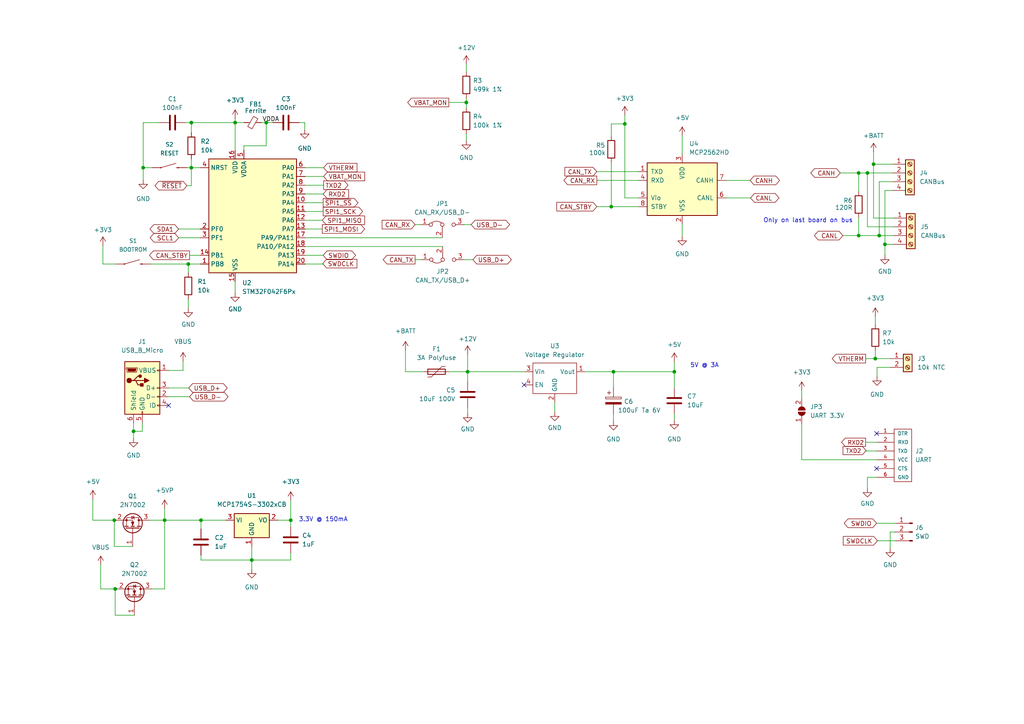
<source format=kicad_sch>
(kicad_sch (version 20211123) (generator eeschema)
  (paper "A4")
  (title_block (title "CANBus Thermistor Sensor") (date "2023-02-25") (rev "1.0") (company "Gavin Hurlbut"))
  (lib_symbols
    (symbol "+BATT_1" (power) (pin_names (offset 0))
      (property "Value" "+BATT_1" (at 0 3.556 0))
      (symbol "+BATT_1_0_1"
        (polyline (pts (xy -0.762 1.27) (xy 0 2.54)))
        (polyline (pts (xy 0 0) (xy 0 2.54)))
        (polyline (pts (xy 0 2.54) (xy 0.762 1.27)))
      )
      (symbol "+BATT_1_1_1"
        (pin power_in line (at 0 0 90) (length 0) hide (name "+BATT") (number "1"))
      )
    )
    (symbol "Beirdo:FTDI-TARGET" (pin_names (offset 1.016))
      (property "Reference" "J?" (at -1.27 1.27 0))
      (property "Value" "FTDI-TARGET" (at -6.35 -17.78 0))
      (symbol "FTDI-TARGET_0_1"
        (rectangle (start -2.54 0) (end 2.54 -15.24))
      )
      (symbol "FTDI-TARGET_1_1"
        (pin passive line (at -7.62 -1.27 0) (length 5.08) (name "DTR") (number "1"))
        (pin passive line (at -7.62 -3.81 0) (length 5.08) (name "RXD") (number "2"))
        (pin passive line (at -7.62 -6.35 0) (length 5.08) (name "TXD") (number "3"))
        (pin passive line (at -7.62 -8.89 0) (length 5.08) (name "VCC") (number "4"))
        (pin passive line (at -7.62 -11.43 0) (length 5.08) (name "CTS") (number "5"))
        (pin passive line (at -7.62 -13.97 0) (length 5.08) (name "GND") (number "6"))
      )
    )
    (symbol "Beirdo:MOMENTARY-SWITCH-SPST-PTH-6.0MM" (pin_numbers hide) (pin_names (offset 1.016) hide)
      (property "Reference" "S1" (at 0 6.731 0))
      (property "Value" "MOMENTARY-SWITCH-SPST-PTH-6.0MM" (at 0 4.191 0))
      (symbol "MOMENTARY-SWITCH-SPST-PTH-6.0MM_1_0"
        (polyline (pts (xy -2.54 0) (xy 1.905 1.27)))
        (polyline (pts (xy 1.905 0) (xy 2.54 0)))
      )
      (symbol "MOMENTARY-SWITCH-SPST-PTH-6.0MM_1_1"
        (circle (center -2.54 0) (radius 0.127) (fill (type outline)))
        (circle (center 2.54 0) (radius 0.127) (fill (type outline)))
        (pin passive line (at -5.08 0 0) (length 2.54) (name "1") (number "1"))
        (pin passive line (at -5.08 -1.27 0) (length 2.54) hide (name "1") (number "2"))
        (pin passive line (at 5.08 0 180) (length 2.54) (name "2") (number "3"))
        (pin passive line (at 5.08 -1.27 180) (length 2.54) hide (name "2") (number "4"))
      )
    )
    (symbol "Beirdo:Switching_Regulator_Module"
      (property "Reference" "U?" (at 0 5.08 0))
      (property "Value" "Switching_Regulator_Module" (at 0 2.54 0))
      (symbol "Switching_Regulator_Module_0_1"
        (rectangle (start -6.35 0) (end 6.35 -8.89))
      )
      (symbol "Switching_Regulator_Module_1_1"
        (pin power_out line (at 8.89 -2.54 180) (length 2.54) (name "Vout") (number "1"))
        (pin passive line (at 0 -11.43 90) (length 2.54) (name "GND") (number "2"))
        (pin power_in line (at -8.89 -2.54 0) (length 2.54) (name "Vin") (number "3"))
        (pin input line (at -8.89 -6.35 0) (length 2.54) (name "EN") (number "4"))
      )
    )
    (symbol "Connector:Conn_01x03_Male" (pin_names (offset 1.016) hide)
      (property "Reference" "J" (at 0 5.08 0))
      (property "Value" "Conn_01x03_Male" (at 0 -5.08 0))
      (symbol "Conn_01x03_Male_1_1"
        (polyline (pts (xy 1.27 -2.54) (xy 0.8636 -2.54)) (stroke (width 0.1524)))
        (polyline (pts (xy 1.27 0) (xy 0.8636 0)) (stroke (width 0.1524)))
        (polyline (pts (xy 1.27 2.54) (xy 0.8636 2.54)) (stroke (width 0.1524)))
        (rectangle (start 0.8636 -2.413) (end 0 -2.667) (stroke (width 0.1524)) (fill (type outline)))
        (rectangle (start 0.8636 0.127) (end 0 -0.127) (stroke (width 0.1524)) (fill (type outline)))
        (rectangle (start 0.8636 2.667) (end 0 2.413) (stroke (width 0.1524)) (fill (type outline)))
        (pin passive line (at 5.08 2.54 180) (length 3.81) (name "Pin_1") (number "1"))
        (pin passive line (at 5.08 0 180) (length 3.81) (name "Pin_2") (number "2"))
        (pin passive line (at 5.08 -2.54 180) (length 3.81) (name "Pin_3") (number "3"))
      )
    )
    (symbol "Connector:Screw_Terminal_01x02" (pin_names (offset 1.016) hide)
      (property "Reference" "J" (at 0 2.54 0))
      (property "Value" "Screw_Terminal_01x02" (at 0 -5.08 0))
      (symbol "Screw_Terminal_01x02_1_1"
        (rectangle (start -1.27 1.27) (end 1.27 -3.81) (stroke (width 0.254)) (fill (type background)))
        (circle (center 0 -2.54) (radius 0.635) (stroke (width 0.1524)))
        (polyline (pts (xy -0.5334 -2.2098) (xy 0.3302 -3.048)) (stroke (width 0.1524)))
        (polyline (pts (xy -0.5334 0.3302) (xy 0.3302 -0.508)) (stroke (width 0.1524)))
        (polyline (pts (xy -0.3556 -2.032) (xy 0.508 -2.8702)) (stroke (width 0.1524)))
        (polyline (pts (xy -0.3556 0.508) (xy 0.508 -0.3302)) (stroke (width 0.1524)))
        (circle (center 0 0) (radius 0.635) (stroke (width 0.1524)))
        (pin passive line (at -5.08 0 0) (length 3.81) (name "Pin_1") (number "1"))
        (pin passive line (at -5.08 -2.54 0) (length 3.81) (name "Pin_2") (number "2"))
      )
    )
    (symbol "Connector:Screw_Terminal_01x04" (pin_names (offset 1.016) hide)
      (property "Reference" "J" (at 0 5.08 0))
      (property "Value" "Screw_Terminal_01x04" (at 0 -7.62 0))
      (symbol "Screw_Terminal_01x04_1_1"
        (rectangle (start -1.27 3.81) (end 1.27 -6.35) (stroke (width 0.254)) (fill (type background)))
        (circle (center 0 -5.08) (radius 0.635) (stroke (width 0.1524)))
        (circle (center 0 -2.54) (radius 0.635) (stroke (width 0.1524)))
        (polyline (pts (xy -0.5334 -4.7498) (xy 0.3302 -5.588)) (stroke (width 0.1524)))
        (polyline (pts (xy -0.5334 -2.2098) (xy 0.3302 -3.048)) (stroke (width 0.1524)))
        (polyline (pts (xy -0.5334 0.3302) (xy 0.3302 -0.508)) (stroke (width 0.1524)))
        (polyline (pts (xy -0.5334 2.8702) (xy 0.3302 2.032)) (stroke (width 0.1524)))
        (polyline (pts (xy -0.3556 -4.572) (xy 0.508 -5.4102)) (stroke (width 0.1524)))
        (polyline (pts (xy -0.3556 -2.032) (xy 0.508 -2.8702)) (stroke (width 0.1524)))
        (polyline (pts (xy -0.3556 0.508) (xy 0.508 -0.3302)) (stroke (width 0.1524)))
        (polyline (pts (xy -0.3556 3.048) (xy 0.508 2.2098)) (stroke (width 0.1524)))
        (circle (center 0 0) (radius 0.635) (stroke (width 0.1524)))
        (circle (center 0 2.54) (radius 0.635) (stroke (width 0.1524)))
        (pin passive line (at -5.08 2.54 0) (length 3.81) (name "Pin_1") (number "1"))
        (pin passive line (at -5.08 0 0) (length 3.81) (name "Pin_2") (number "2"))
        (pin passive line (at -5.08 -2.54 0) (length 3.81) (name "Pin_3") (number "3"))
        (pin passive line (at -5.08 -5.08 0) (length 3.81) (name "Pin_4") (number "4"))
      )
    )
    (symbol "Connector:USB_B_Micro" (pin_names (offset 1.016))
      (property "Reference" "J" (at -5.08 11.43 0))
      (property "Value" "USB_B_Micro" (at -5.08 8.89 0))
      (symbol "USB_B_Micro_0_1"
        (rectangle (start -5.08 -7.62) (end 5.08 7.62) (stroke (width 0.254)) (fill (type background)))
        (circle (center -3.81 2.159) (radius 0.635) (stroke (width 0.254)) (fill (type outline)))
        (circle (center -0.635 3.429) (radius 0.381) (stroke (width 0.254)) (fill (type outline)))
        (rectangle (start -0.127 -7.62) (end 0.127 -6.858))
        (polyline (pts (xy -1.905 2.159) (xy 0.635 2.159)) (stroke (width 0.254)))
        (polyline (pts (xy -3.175 2.159) (xy -2.54 2.159) (xy -1.27 3.429) (xy -0.635 3.429)) (stroke (width 0.254)))
        (polyline (pts (xy -2.54 2.159) (xy -1.905 2.159) (xy -1.27 0.889) (xy 0 0.889)) (stroke (width 0.254)))
        (polyline (pts (xy 0.635 2.794) (xy 0.635 1.524) (xy 1.905 2.159) (xy 0.635 2.794)) (stroke (width 0.254)) (fill (type outline)))
        (polyline (pts (xy -4.318 5.588) (xy -1.778 5.588) (xy -2.032 4.826) (xy -4.064 4.826) (xy -4.318 5.588)) (fill (type outline)))
        (polyline (pts (xy -4.699 5.842) (xy -4.699 5.588) (xy -4.445 4.826) (xy -4.445 4.572) (xy -1.651 4.572) (xy -1.651 4.826) (xy -1.397 5.588) (xy -1.397 5.842) (xy -4.699 5.842)))
        (rectangle (start 0.254 1.27) (end -0.508 0.508) (stroke (width 0.254)) (fill (type outline)))
        (rectangle (start 5.08 -5.207) (end 4.318 -4.953))
        (rectangle (start 5.08 -2.667) (end 4.318 -2.413))
        (rectangle (start 5.08 -0.127) (end 4.318 0.127))
        (rectangle (start 5.08 4.953) (end 4.318 5.207))
      )
      (symbol "USB_B_Micro_1_1"
        (pin power_out line (at 7.62 5.08 180) (length 2.54) (name "VBUS") (number "1"))
        (pin bidirectional line (at 7.62 -2.54 180) (length 2.54) (name "D-") (number "2"))
        (pin bidirectional line (at 7.62 0 180) (length 2.54) (name "D+") (number "3"))
        (pin passive line (at 7.62 -5.08 180) (length 2.54) (name "ID") (number "4"))
        (pin power_out line (at 0 -10.16 90) (length 2.54) (name "GND") (number "5"))
        (pin passive line (at -2.54 -10.16 90) (length 2.54) (name "Shield") (number "6"))
      )
    )
    (symbol "Device:C" (pin_numbers hide) (pin_names (offset 0.254))
      (property "Reference" "C" (at 0.635 2.54 0))
      (property "Value" "C" (at 0.635 -2.54 0))
      (symbol "C_0_1"
        (polyline (pts (xy -2.032 -0.762) (xy 2.032 -0.762)) (stroke (width 0.508)))
        (polyline (pts (xy -2.032 0.762) (xy 2.032 0.762)) (stroke (width 0.508)))
      )
      (symbol "C_1_1"
        (pin passive line (at 0 3.81 270) (length 2.794) (name "~") (number "1"))
        (pin passive line (at 0 -3.81 90) (length 2.794) (name "~") (number "2"))
      )
    )
    (symbol "Device:C_Polarized" (pin_numbers hide) (pin_names (offset 0.254))
      (property "Reference" "C" (at 0.635 2.54 0))
      (property "Value" "C_Polarized" (at 0.635 -2.54 0))
      (symbol "C_Polarized_0_1"
        (rectangle (start -2.286 0.508) (end 2.286 1.016))
        (polyline (pts (xy -1.778 2.286) (xy -0.762 2.286)))
        (polyline (pts (xy -1.27 2.794) (xy -1.27 1.778)))
        (rectangle (start 2.286 -0.508) (end -2.286 -1.016) (fill (type outline)))
      )
      (symbol "C_Polarized_1_1"
        (pin passive line (at 0 3.81 270) (length 2.794) (name "~") (number "1"))
        (pin passive line (at 0 -3.81 90) (length 2.794) (name "~") (number "2"))
      )
    )
    (symbol "Device:FerriteBead_Small" (pin_numbers hide) (pin_names (offset 0))
      (property "Reference" "FB" (at 1.905 1.27 0))
      (property "Value" "FerriteBead_Small" (at 1.905 -1.27 0))
      (symbol "FerriteBead_Small_0_1"
        (polyline (pts (xy 0 -1.27) (xy 0 -0.7874)))
        (polyline (pts (xy 0 0.889) (xy 0 1.2954)))
        (polyline (pts (xy -1.8288 0.2794) (xy -1.1176 1.4986) (xy 1.8288 -0.2032) (xy 1.1176 -1.4224) (xy -1.8288 0.2794)))
      )
      (symbol "FerriteBead_Small_1_1"
        (pin passive line (at 0 2.54 270) (length 1.27) (name "~") (number "1"))
        (pin passive line (at 0 -2.54 90) (length 1.27) (name "~") (number "2"))
      )
    )
    (symbol "Device:Polyfuse" (pin_numbers hide) (pin_names (offset 0))
      (property "Reference" "F" (at -2.54 0 90))
      (property "Value" "Polyfuse" (at 2.54 0 90))
      (symbol "Polyfuse_0_1"
        (rectangle (start -0.762 2.54) (end 0.762 -2.54) (stroke (width 0.254)))
        (polyline (pts (xy 0 2.54) (xy 0 -2.54)))
        (polyline (pts (xy -1.524 2.54) (xy -1.524 1.524) (xy 1.524 -1.524) (xy 1.524 -2.54)))
      )
      (symbol "Polyfuse_1_1"
        (pin passive line (at 0 3.81 270) (length 1.27) (name "~") (number "1"))
        (pin passive line (at 0 -3.81 90) (length 1.27) (name "~") (number "2"))
      )
    )
    (symbol "Device:R" (pin_numbers hide) (pin_names (offset 0))
      (property "Reference" "R" (at 2.032 0 90))
      (property "Value" "R" (at 0 0 90))
      (symbol "R_0_1"
        (rectangle (start -1.016 -2.54) (end 1.016 2.54) (stroke (width 0.254)))
      )
      (symbol "R_1_1"
        (pin passive line (at 0 3.81 270) (length 1.27) (name "~") (number "1"))
        (pin passive line (at 0 -3.81 90) (length 1.27) (name "~") (number "2"))
      )
    )
    (symbol "Interface_CAN_LIN:MCP2562-H-SN" (pin_names (offset 1.016))
      (property "Reference" "U" (at -10.16 8.89 0))
      (property "Value" "MCP2562-H-SN" (at 2.54 8.89 0))
      (symbol "MCP2562-H-SN_0_1"
        (rectangle (start -10.16 7.62) (end 10.16 -7.62) (stroke (width 0.254)) (fill (type background)))
      )
      (symbol "MCP2562-H-SN_1_1"
        (pin input line (at -12.7 5.08 0) (length 2.54) (name "TXD") (number "1"))
        (pin power_in line (at 0 -10.16 90) (length 2.54) (name "VSS") (number "2"))
        (pin power_in line (at 0 10.16 270) (length 2.54) (name "VDD") (number "3"))
        (pin output line (at -12.7 2.54 0) (length 2.54) (name "RXD") (number "4"))
        (pin power_in line (at -12.7 -2.54 0) (length 2.54) (name "Vio") (number "5"))
        (pin bidirectional line (at 12.7 -2.54 180) (length 2.54) (name "CANL") (number "6"))
        (pin bidirectional line (at 12.7 2.54 180) (length 2.54) (name "CANH") (number "7"))
        (pin input line (at -12.7 -5.08 0) (length 2.54) (name "STBY") (number "8"))
      )
    )
    (symbol "Jumper:Jumper_3_Bridged12" (pin_names (offset 0) hide)
      (property "Reference" "JP" (at -2.54 -2.54 0))
      (property "Value" "Jumper_3_Bridged12" (at 0 2.794 0))
      (symbol "Jumper_3_Bridged12_0_0"
        (circle (center -3.302 0) (radius 0.508))
        (circle (center 0 0) (radius 0.508))
        (circle (center 3.302 0) (radius 0.508))
      )
      (symbol "Jumper_3_Bridged12_0_1"
        (arc (start -0.254 0.508) (mid -1.651 0.9912) (end -3.048 0.508))
        (polyline (pts (xy 0 -1.27) (xy 0 -0.508)))
      )
      (symbol "Jumper_3_Bridged12_1_1"
        (pin passive line (at -6.35 0 0) (length 2.54) (name "A") (number "1"))
        (pin passive line (at 0 -3.81 90) (length 2.54) (name "C") (number "2"))
        (pin passive line (at 6.35 0 180) (length 2.54) (name "B") (number "3"))
      )
    )
    (symbol "Jumper:SolderJumper_2_Open" (pin_names (offset 0) hide)
      (property "Reference" "JP" (at 0 2.032 0))
      (property "Value" "SolderJumper_2_Open" (at 0 -2.54 0))
      (symbol "SolderJumper_2_Open_0_1"
        (arc (start -0.254 1.016) (mid -1.27 0) (end -0.254 -1.016))
        (arc (start -0.254 1.016) (mid -1.27 0) (end -0.254 -1.016) (fill (type outline)))
        (polyline (pts (xy -0.254 1.016) (xy -0.254 -1.016)))
        (polyline (pts (xy 0.254 1.016) (xy 0.254 -1.016)))
        (arc (start 0.254 -1.016) (mid 1.27 0) (end 0.254 1.016))
        (arc (start 0.254 -1.016) (mid 1.27 0) (end 0.254 1.016) (fill (type outline)))
      )
      (symbol "SolderJumper_2_Open_1_1"
        (pin passive line (at -3.81 0 0) (length 2.54) (name "A") (number "1"))
        (pin passive line (at 3.81 0 180) (length 2.54) (name "B") (number "2"))
      )
    )
    (symbol "MCU_ST_STM32F0:STM32F042F6Px"
      (property "Reference" "U" (at -12.7 16.51 0))
      (property "Value" "STM32F042F6Px" (at 0 16.51 0))
      (symbol "STM32F042F6Px_0_1"
        (rectangle (start -12.7 -17.78) (end 12.7 15.24) (stroke (width 0.254)) (fill (type background)))
      )
      (symbol "STM32F042F6Px_1_1"
        (pin bidirectional line (at -15.24 -15.24 0) (length 2.54) (name "PB8") (number "1"))
        (pin bidirectional line (at 15.24 2.54 180) (length 2.54) (name "PA4") (number "10"))
        (pin bidirectional line (at 15.24 0 180) (length 2.54) (name "PA5") (number "11"))
        (pin bidirectional line (at 15.24 -2.54 180) (length 2.54) (name "PA6") (number "12"))
        (pin bidirectional line (at 15.24 -5.08 180) (length 2.54) (name "PA7") (number "13"))
        (pin bidirectional line (at -15.24 -12.7 0) (length 2.54) (name "PB1") (number "14"))
        (pin power_in line (at -5.08 -20.32 90) (length 2.54) (name "VSS") (number "15"))
        (pin power_in line (at -5.08 17.78 270) (length 2.54) (name "VDD") (number "16"))
        (pin bidirectional line (at 15.24 -7.62 180) (length 2.54) (name "PA9/PA11") (number "17"))
        (pin bidirectional line (at 15.24 -10.16 180) (length 2.54) (name "PA10/PA12") (number "18"))
        (pin bidirectional line (at 15.24 -12.7 180) (length 2.54) (name "PA13") (number "19"))
        (pin input line (at -15.24 -5.08 0) (length 2.54) (name "PF0") (number "2"))
        (pin bidirectional line (at 15.24 -15.24 180) (length 2.54) (name "PA14") (number "20"))
        (pin input line (at -15.24 -7.62 0) (length 2.54) (name "PF1") (number "3"))
        (pin input line (at -15.24 12.7 0) (length 2.54) (name "NRST") (number "4"))
        (pin power_in line (at -2.54 17.78 270) (length 2.54) (name "VDDA") (number "5"))
        (pin bidirectional line (at 15.24 12.7 180) (length 2.54) (name "PA0") (number "6"))
        (pin bidirectional line (at 15.24 10.16 180) (length 2.54) (name "PA1") (number "7"))
        (pin bidirectional line (at 15.24 7.62 180) (length 2.54) (name "PA2") (number "8"))
        (pin bidirectional line (at 15.24 5.08 180) (length 2.54) (name "PA3") (number "9"))
      )
    )
    (symbol "Regulator_Linear:MCP1754S-3302xCB"
      (property "Reference" "U" (at -3.81 3.175 0))
      (property "Value" "MCP1754S-3302xCB" (at -0.635 3.175 0))
      (symbol "MCP1754S-3302xCB_0_1"
        (rectangle (start -5.08 -5.08) (end 5.08 1.905) (stroke (width 0.254)) (fill (type background)))
      )
      (symbol "MCP1754S-3302xCB_1_1"
        (pin power_in line (at 0 -7.62 90) (length 2.54) (name "GND") (number "1"))
        (pin power_out line (at 7.62 0 180) (length 2.54) (name "VO") (number "2"))
        (pin power_in line (at -7.62 0 0) (length 2.54) (name "VI") (number "3"))
      )
    )
    (symbol "Transistor_FET:2N7002" (pin_names hide)
      (property "Reference" "Q" (at 5.08 1.905 0))
      (property "Value" "2N7002" (at 5.08 0 0))
      (symbol "2N7002_0_1"
        (polyline (pts (xy 0.254 0) (xy -2.54 0)))
        (polyline (pts (xy 0.254 1.905) (xy 0.254 -1.905)) (stroke (width 0.254)))
        (polyline (pts (xy 0.762 -1.27) (xy 0.762 -2.286)) (stroke (width 0.254)))
        (polyline (pts (xy 0.762 0.508) (xy 0.762 -0.508)) (stroke (width 0.254)))
        (polyline (pts (xy 0.762 2.286) (xy 0.762 1.27)) (stroke (width 0.254)))
        (polyline (pts (xy 2.54 2.54) (xy 2.54 1.778)))
        (polyline (pts (xy 2.54 -2.54) (xy 2.54 0) (xy 0.762 0)))
        (polyline (pts (xy 0.762 -1.778) (xy 3.302 -1.778) (xy 3.302 1.778) (xy 0.762 1.778)))
        (polyline (pts (xy 1.016 0) (xy 2.032 0.381) (xy 2.032 -0.381) (xy 1.016 0)) (fill (type outline)))
        (polyline (pts (xy 2.794 0.508) (xy 2.921 0.381) (xy 3.683 0.381) (xy 3.81 0.254)))
        (polyline (pts (xy 3.302 0.381) (xy 2.921 -0.254) (xy 3.683 -0.254) (xy 3.302 0.381)))
        (circle (center 1.651 0) (radius 2.794) (stroke (width 0.254)))
        (circle (center 2.54 -1.778) (radius 0.254) (fill (type outline)))
        (circle (center 2.54 1.778) (radius 0.254) (fill (type outline)))
      )
      (symbol "2N7002_1_1"
        (pin input line (at -5.08 0 0) (length 2.54) (name "G") (number "1"))
        (pin passive line (at 2.54 -5.08 90) (length 2.54) (name "S") (number "2"))
        (pin passive line (at 2.54 5.08 270) (length 2.54) (name "D") (number "3"))
      )
    )
    (symbol "power:+12V" (power) (pin_names (offset 0))
      (property "Value" "+12V" (at 0 3.556 0))
      (symbol "+12V_0_1"
        (polyline (pts (xy -0.762 1.27) (xy 0 2.54)))
        (polyline (pts (xy 0 0) (xy 0 2.54)))
        (polyline (pts (xy 0 2.54) (xy 0.762 1.27)))
      )
      (symbol "+12V_1_1"
        (pin power_in line (at 0 0 90) (length 0) hide (name "+12V") (number "1"))
      )
    )
    (symbol "power:+3V3" (power) (pin_names (offset 0))
      (property "Value" "+3V3" (at 0 3.556 0))
      (symbol "+3V3_0_1"
        (polyline (pts (xy -0.762 1.27) (xy 0 2.54)))
        (polyline (pts (xy 0 0) (xy 0 2.54)))
        (polyline (pts (xy 0 2.54) (xy 0.762 1.27)))
      )
      (symbol "+3V3_1_1"
        (pin power_in line (at 0 0 90) (length 0) hide (name "+3V3") (number "1"))
      )
    )
    (symbol "power:+5V" (power) (pin_names (offset 0))
      (property "Value" "+5V" (at 0 3.556 0))
      (symbol "+5V_0_1"
        (polyline (pts (xy -0.762 1.27) (xy 0 2.54)))
        (polyline (pts (xy 0 0) (xy 0 2.54)))
        (polyline (pts (xy 0 2.54) (xy 0.762 1.27)))
      )
      (symbol "+5V_1_1"
        (pin power_in line (at 0 0 90) (length 0) hide (name "+5V") (number "1"))
      )
    )
    (symbol "power:+5VP" (power) (pin_names (offset 0))
      (property "Value" "+5VP" (at 0 3.556 0))
      (symbol "+5VP_0_1"
        (polyline (pts (xy -0.762 1.27) (xy 0 2.54)))
        (polyline (pts (xy 0 0) (xy 0 2.54)))
        (polyline (pts (xy 0 2.54) (xy 0.762 1.27)))
      )
      (symbol "+5VP_1_1"
        (pin power_in line (at 0 0 90) (length 0) hide (name "+5VP") (number "1"))
      )
    )
    (symbol "power:+BATT" (power) (pin_names (offset 0))
      (property "Value" "+BATT" (at 0 3.556 0))
      (symbol "+BATT_0_1"
        (polyline (pts (xy -0.762 1.27) (xy 0 2.54)))
        (polyline (pts (xy 0 0) (xy 0 2.54)))
        (polyline (pts (xy 0 2.54) (xy 0.762 1.27)))
      )
      (symbol "+BATT_1_1"
        (pin power_in line (at 0 0 90) (length 0) hide (name "+BATT") (number "1"))
      )
    )
    (symbol "power:GND" (power) (pin_names (offset 0))
      (property "Value" "GND" (at 0 -3.81 0))
      (symbol "GND_0_1"
        (polyline (pts (xy 0 0) (xy 0 -1.27) (xy 1.27 -1.27) (xy 0 -2.54) (xy -1.27 -1.27) (xy 0 -1.27)))
      )
      (symbol "GND_1_1"
        (pin power_in line (at 0 0 270) (length 0) hide (name "GND") (number "1"))
      )
    )
    (symbol "power:VBUS" (power) (pin_names (offset 0))
      (property "Value" "VBUS" (at 0 3.81 0))
      (symbol "VBUS_0_1"
        (polyline (pts (xy -0.762 1.27) (xy 0 2.54)))
        (polyline (pts (xy 0 0) (xy 0 2.54)))
        (polyline (pts (xy 0 2.54) (xy 0.762 1.27)))
      )
      (symbol "VBUS_1_1"
        (pin power_in line (at 0 0 90) (length 0) hide (name "VBUS") (number "1"))
      )
    )
  )
  (junction (at 253.365 47.625))
  (junction (at 33.147 150.876))
  (junction (at 47.752 150.876))
  (junction (at 253.873 104.013))
  (junction (at 58.293 150.876))
  (junction (at 249.047 68.326))
  (junction (at 249.047 50.165))
  (junction (at 55.499 48.641))
  (junction (at 256.667 70.866))
  (junction (at 255.016 68.326))
  (junction (at 73.025 162.433))
  (junction (at 195.58 107.823))
  (junction (at 54.61 76.581))
  (junction (at 135.255 29.718))
  (junction (at 77.216 35.56))
  (junction (at 251.587 50.165))
  (junction (at 41.529 48.641))
  (junction (at 177.927 107.823))
  (junction (at 181.229 35.941))
  (junction (at 55.499 35.56))
  (junction (at 135.636 107.823))
  (junction (at 38.735 125.095))
  (junction (at 33.401 170.815))
  (junction (at 177.292 59.944))
  (junction (at 68.199 35.56))
  (junction (at 84.328 150.876))
  (no_connect (at 254.254 125.73))
  (no_connect (at 254.254 135.89))
  (no_connect (at 48.895 117.602))
  (no_connect (at 152.019 111.633))
  (wire (pts (xy 51.816 66.421) (xy 58.039 66.421)))
  (wire (pts (xy 253.365 63.246) (xy 259.08 63.246)))
  (wire (pts (xy 48.895 112.522) (xy 54.737 112.522)))
  (wire (pts (xy 88.519 58.801) (xy 93.726 58.801)))
  (wire (pts (xy 88.519 68.961) (xy 128.27 68.961)))
  (wire (pts (xy 135.255 28.448) (xy 135.255 29.718)))
  (wire (pts (xy 77.216 35.56) (xy 79.121 35.56)))
  (wire (pts (xy 135.255 18.669) (xy 135.255 20.828)))
  (wire (pts (xy 68.199 81.661) (xy 68.199 84.963)))
  (wire (pts (xy 44.069 48.641) (xy 41.529 48.641)))
  (wire (pts (xy 253.873 104.013) (xy 258.191 104.013)))
  (wire (pts (xy 55.499 38.481) (xy 55.499 35.56)))
  (wire (pts (xy 256.667 74.041) (xy 256.667 70.866)))
  (wire (pts (xy 255.016 68.326) (xy 259.08 68.326)))
  (wire (pts (xy 249.047 68.326) (xy 255.016 68.326)))
  (wire (pts (xy 232.537 133.35) (xy 254.254 133.35)))
  (wire (pts (xy 120.396 75.311) (xy 122.047 75.311)))
  (wire (pts (xy 54.229 48.641) (xy 55.499 48.641)))
  (wire (pts (xy 253.365 44.069) (xy 253.365 47.625)))
  (wire (pts (xy 117.602 107.823) (xy 117.602 101.6)))
  (wire (pts (xy 58.293 161.036) (xy 58.293 162.433)))
  (wire (pts (xy 135.255 38.862) (xy 135.255 40.767)))
  (wire (pts (xy 55.499 46.101) (xy 55.499 48.641)))
  (wire (pts (xy 88.519 48.641) (xy 93.853 48.641)))
  (wire (pts (xy 130.429 107.823) (xy 135.636 107.823)))
  (wire (pts (xy 93.599 76.581) (xy 93.599 76.454)))
  (wire (pts (xy 254.381 156.845) (xy 259.588 156.845)))
  (wire (pts (xy 68.199 34.417) (xy 68.199 35.56)))
  (wire (pts (xy 121.92 65.151) (xy 120.396 65.151)))
  (wire (pts (xy 41.529 35.56) (xy 46.228 35.56)))
  (wire (pts (xy 41.529 48.641) (xy 41.529 52.197)))
  (wire (pts (xy 53.086 107.442) (xy 53.086 104.775)))
  (wire (pts (xy 58.293 150.876) (xy 58.293 153.416)))
  (wire (pts (xy 84.328 150.876) (xy 84.328 152.781)))
  (wire (pts (xy 232.537 113.284) (xy 232.537 115.443)))
  (wire (pts (xy 58.039 68.961) (xy 51.816 68.961)))
  (wire (pts (xy 33.401 178.435) (xy 33.401 170.815)))
  (wire (pts (xy 251.206 130.81) (xy 251.206 130.683)))
  (wire (pts (xy 254.381 109.22) (xy 254.381 106.553)))
  (wire (pts (xy 54.61 76.581) (xy 58.039 76.581)))
  (wire (pts (xy 258.191 159.004) (xy 258.191 154.305)))
  (wire (pts (xy 73.025 162.433) (xy 84.328 162.433)))
  (wire (pts (xy 251.587 138.43) (xy 254.254 138.43)))
  (wire (pts (xy 88.519 71.501) (xy 128.397 71.501)))
  (wire (pts (xy 195.58 107.823) (xy 195.58 112.395)))
  (wire (pts (xy 41.275 125.095) (xy 38.735 125.095)))
  (wire (pts (xy 73.025 162.433) (xy 73.025 165.1)))
  (wire (pts (xy 258.826 52.705) (xy 255.016 52.705)))
  (wire (pts (xy 70.739 42.291) (xy 77.216 42.291)))
  (wire (pts (xy 177.292 59.944) (xy 173.101 59.944)))
  (wire (pts (xy 181.229 35.941) (xy 181.229 33.401)))
  (wire (pts (xy 251.079 104.013) (xy 253.873 104.013)))
  (wire (pts (xy 251.587 141.605) (xy 251.587 138.43)))
  (wire (pts (xy 177.292 47.117) (xy 177.292 59.944)))
  (wire (pts (xy 251.079 128.27) (xy 254.254 128.27)))
  (wire (pts (xy 232.537 123.063) (xy 232.537 133.35)))
  (wire (pts (xy 135.255 29.718) (xy 135.255 31.242)))
  (wire (pts (xy 195.58 120.015) (xy 195.58 121.92)))
  (wire (pts (xy 33.147 158.496) (xy 33.147 150.876)))
  (wire (pts (xy 259.08 65.786) (xy 251.587 65.786)))
  (wire (pts (xy 249.047 63.119) (xy 249.047 68.326)))
  (wire (pts (xy 122.809 107.823) (xy 117.602 107.823)))
  (wire (pts (xy 130.175 29.718) (xy 135.255 29.718)))
  (wire (pts (xy 169.799 107.823) (xy 177.927 107.823)))
  (wire (pts (xy 29.21 170.815) (xy 33.401 170.815)))
  (wire (pts (xy 185.166 57.404) (xy 181.229 57.404)))
  (wire (pts (xy 88.519 74.041) (xy 93.726 74.041)))
  (wire (pts (xy 173.101 52.324) (xy 185.166 52.324)))
  (wire (pts (xy 88.519 63.881) (xy 93.472 63.881)))
  (wire (pts (xy 253.365 47.625) (xy 258.826 47.625)))
  (wire (pts (xy 256.667 70.866) (xy 259.08 70.866)))
  (wire (pts (xy 255.016 52.705) (xy 255.016 68.326)))
  (wire (pts (xy 134.747 75.311) (xy 137.16 75.311)))
  (wire (pts (xy 26.924 144.78) (xy 26.924 150.876)))
  (wire (pts (xy 77.216 35.56) (xy 75.819 35.56)))
  (wire (pts (xy 253.873 101.727) (xy 253.873 104.013)))
  (wire (pts (xy 88.519 66.421) (xy 93.472 66.421)))
  (wire (pts (xy 256.667 55.245) (xy 256.667 70.866)))
  (wire (pts (xy 47.752 150.876) (xy 58.293 150.876)))
  (wire (pts (xy 253.873 91.821) (xy 253.873 94.107)))
  (wire (pts (xy 26.924 150.876) (xy 33.147 150.876)))
  (wire (pts (xy 258.191 154.305) (xy 259.588 154.305)))
  (wire (pts (xy 88.392 37.592) (xy 88.392 35.56)))
  (wire (pts (xy 251.587 50.165) (xy 258.826 50.165)))
  (wire (pts (xy 185.166 59.944) (xy 177.292 59.944)))
  (wire (pts (xy 88.392 35.56) (xy 86.741 35.56)))
  (wire (pts (xy 88.519 76.581) (xy 93.599 76.581)))
  (wire (pts (xy 253.365 47.625) (xy 253.365 63.246)))
  (wire (pts (xy 44.069 170.815) (xy 47.752 170.815)))
  (wire (pts (xy 58.293 162.433) (xy 73.025 162.433)))
  (wire (pts (xy 77.216 42.291) (xy 77.216 35.56)))
  (wire (pts (xy 134.62 65.151) (xy 136.652 65.151)))
  (wire (pts (xy 244.475 68.326) (xy 249.047 68.326)))
  (wire (pts (xy 38.735 125.095) (xy 38.735 122.682)))
  (wire (pts (xy 70.739 42.291) (xy 70.739 43.561)))
  (wire (pts (xy 47.752 147.574) (xy 47.752 150.876)))
  (wire (pts (xy 243.713 50.165) (xy 249.047 50.165)))
  (wire (pts (xy 29.845 71.247) (xy 29.845 76.581)))
  (wire (pts (xy 135.636 107.823) (xy 135.636 110.617)))
  (wire (pts (xy 33.147 150.876) (xy 33.401 150.876)))
  (wire (pts (xy 55.499 35.56) (xy 68.199 35.56)))
  (wire (pts (xy 54.61 86.741) (xy 54.61 89.408)))
  (wire (pts (xy 197.866 65.024) (xy 197.866 68.58)))
  (wire (pts (xy 88.519 56.261) (xy 93.726 56.261)))
  (wire (pts (xy 58.293 150.876) (xy 65.405 150.876)))
  (wire (pts (xy 55.499 48.641) (xy 58.039 48.641)))
  (wire (pts (xy 84.328 160.401) (xy 84.328 162.433)))
  (wire (pts (xy 135.636 118.237) (xy 135.636 119.888)))
  (wire (pts (xy 177.292 35.941) (xy 181.229 35.941)))
  (wire (pts (xy 29.845 76.581) (xy 33.528 76.581)))
  (wire (pts (xy 55.499 48.641) (xy 55.499 53.848)))
  (wire (pts (xy 84.328 145.161) (xy 84.328 150.876)))
  (wire (pts (xy 249.047 55.499) (xy 249.047 50.165)))
  (wire (pts (xy 177.292 39.497) (xy 177.292 35.941)))
  (wire (pts (xy 254.381 106.553) (xy 258.191 106.553)))
  (wire (pts (xy 195.58 104.902) (xy 195.58 107.823)))
  (wire (pts (xy 177.927 120.015) (xy 177.927 122.174)))
  (wire (pts (xy 38.735 127.127) (xy 38.735 125.095)))
  (wire (pts (xy 68.199 35.56) (xy 68.199 43.561)))
  (wire (pts (xy 38.481 158.496) (xy 33.147 158.496)))
  (wire (pts (xy 47.752 170.815) (xy 47.752 150.876)))
  (wire (pts (xy 54.229 53.848) (xy 55.499 53.848)))
  (wire (pts (xy 88.519 61.341) (xy 93.726 61.341)))
  (wire (pts (xy 185.166 49.784) (xy 173.101 49.784)))
  (wire (pts (xy 249.047 50.165) (xy 251.587 50.165)))
  (wire (pts (xy 251.206 130.81) (xy 254.254 130.81)))
  (wire (pts (xy 54.61 79.121) (xy 54.61 76.581)))
  (wire (pts (xy 135.636 107.823) (xy 152.019 107.823)))
  (wire (pts (xy 88.519 53.721) (xy 93.853 53.721)))
  (wire (pts (xy 197.866 39.37) (xy 197.866 44.704)))
  (wire (pts (xy 160.909 116.713) (xy 160.909 119.507)))
  (wire (pts (xy 41.275 122.682) (xy 41.275 125.095)))
  (wire (pts (xy 177.927 107.823) (xy 195.58 107.823)))
  (wire (pts (xy 210.566 52.324) (xy 217.551 52.324)))
  (wire (pts (xy 70.739 35.56) (xy 68.199 35.56)))
  (wire (pts (xy 38.989 178.435) (xy 33.401 178.435)))
  (wire (pts (xy 54.61 76.581) (xy 43.688 76.581)))
  (wire (pts (xy 54.991 74.041) (xy 58.039 74.041)))
  (wire (pts (xy 48.895 115.062) (xy 54.991 115.062)))
  (wire (pts (xy 258.826 55.245) (xy 256.667 55.245)))
  (wire (pts (xy 41.529 35.56) (xy 41.529 48.641)))
  (wire (pts (xy 210.566 57.404) (xy 217.678 57.404)))
  (wire (pts (xy 135.636 102.87) (xy 135.636 107.823)))
  (wire (pts (xy 88.519 51.181) (xy 93.853 51.181)))
  (wire (pts (xy 254.254 151.765) (xy 259.588 151.765)))
  (wire (pts (xy 29.21 163.83) (xy 29.21 170.815)))
  (wire (pts (xy 177.927 107.823) (xy 177.927 112.395)))
  (wire (pts (xy 53.848 35.56) (xy 55.499 35.56)))
  (wire (pts (xy 80.645 150.876) (xy 84.328 150.876)))
  (wire (pts (xy 43.561 150.876) (xy 47.752 150.876)))
  (wire (pts (xy 48.895 107.442) (xy 53.086 107.442)))
  (wire (pts (xy 33.401 170.815) (xy 33.909 170.815)))
  (wire (pts (xy 73.025 158.496) (xy 73.025 162.433)))
  (wire (pts (xy 251.587 65.786) (xy 251.587 50.165)))
  (wire (pts (xy 181.229 57.404) (xy 181.229 35.941)))
  (text "5V @ 3A" (at 208.534 106.807 180) (effects (font (size 1.27 1.27)) (justify right bottom)))
  (text "Only on last board on bus" (at 247.396 64.77 180) (effects (font (size 1.27 1.27)) (justify right bottom)))
  (text "3.3V @ 150mA" (at 86.614 151.511 0) (effects (font (size 1.27 1.27)) (justify left bottom)))
  (label "VDDA" (at 76.073 35.56 0))
  (global_label "TXD2" (shape input) (at 251.206 130.683 180) (effects (font (size 1.2 1.2))) (property "Intersheet References" "${INTERSHEET_REFS}" (effects hide)))
  (global_label "CANH" (shape bidirectional) (at 217.551 52.324 0) (property "Intersheet References" "${INTERSHEET_REFS}" (effects hide)))
  (global_label "VBAT_MON" (shape output) (at 130.175 29.718 180) (property "Intersheet References" "${INTERSHEET_REFS}" (effects hide)))
  (global_label "USB_D-" (shape bidirectional) (at 54.991 115.062 0) (property "Intersheet References" "${INTERSHEET_REFS}" (effects hide)))
  (global_label "CAN_STBY" (shape input) (at 173.101 59.944 180) (property "Intersheet References" "${INTERSHEET_REFS}" (effects hide)))
  (global_label "SPI1_SCK" (shape output) (at 93.726 61.341 0) (property "Intersheet References" "${INTERSHEET_REFS}" (effects hide)))
  (global_label "SCL1" (shape bidirectional) (at 51.816 68.961 180) (property "Intersheet References" "${INTERSHEET_REFS}" (effects hide)))
  (global_label "USB_D+" (shape bidirectional) (at 54.737 112.522 0) (property "Intersheet References" "${INTERSHEET_REFS}" (effects hide)))
  (global_label "SPI1_MISO" (shape input) (at 93.472 63.881 0) (property "Intersheet References" "${INTERSHEET_REFS}" (effects hide)))
  (global_label "VBAT_MON" (shape input) (at 93.853 51.181 0) (property "Intersheet References" "${INTERSHEET_REFS}" (effects hide)))
  (global_label "VTHERM" (shape output) (at 251.079 104.013 180) (property "Intersheet References" "${INTERSHEET_REFS}" (effects hide)))
  (global_label "SDA1" (shape bidirectional) (at 51.816 66.421 180) (property "Intersheet References" "${INTERSHEET_REFS}" (effects hide)))
  (global_label "USB_D-" (shape bidirectional) (at 136.652 65.151 0) (property "Intersheet References" "${INTERSHEET_REFS}" (effects hide)))
  (global_label "CANH" (shape bidirectional) (at 243.713 50.165 180) (property "Intersheet References" "${INTERSHEET_REFS}" (effects hide)))
  (global_label "~{RESET}" (shape bidirectional) (at 54.229 53.848 180) (property "Intersheet References" "${INTERSHEET_REFS}" (effects hide)))
  (global_label "CANL" (shape bidirectional) (at 244.475 68.326 180) (property "Intersheet References" "${INTERSHEET_REFS}" (effects hide)))
  (global_label "SWDCLK" (shape input) (at 254.508 156.845 180) (property "Intersheet References" "${INTERSHEET_REFS}" (effects hide)))
  (global_label "RXD2" (shape input) (at 93.726 56.261 0) (property "Intersheet References" "${INTERSHEET_REFS}" (effects hide)))
  (global_label "TXD2" (shape output) (at 93.853 53.721 0) (property "Intersheet References" "${INTERSHEET_REFS}" (effects hide)))
  (global_label "CANL" (shape bidirectional) (at 217.678 57.404 0) (property "Intersheet References" "${INTERSHEET_REFS}" (effects hide)))
  (global_label "RXD2" (shape output) (at 251.079 128.27 180) (effects (font (size 1.2 1.2))) (property "Intersheet References" "${INTERSHEET_REFS}" (effects hide)))
  (global_label "CAN_TX" (shape input) (at 173.101 49.784 180) (property "Intersheet References" "${INTERSHEET_REFS}" (effects hide)))
  (global_label "SWDCLK" (shape input) (at 93.599 76.454 0) (property "Intersheet References" "${INTERSHEET_REFS}" (effects hide)))
  (global_label "CAN_STBY" (shape output) (at 54.991 74.041 180) (property "Intersheet References" "${INTERSHEET_REFS}" (effects hide)))
  (global_label "VTHERM" (shape input) (at 93.853 48.641 0) (property "Intersheet References" "${INTERSHEET_REFS}" (effects hide)))
  (global_label "CAN_RX" (shape output) (at 173.101 52.324 180) (property "Intersheet References" "${INTERSHEET_REFS}" (effects hide)))
  (global_label "SPI1_MOSI" (shape output) (at 93.472 66.421 0) (property "Intersheet References" "${INTERSHEET_REFS}" (effects hide)))
  (global_label "SWDIO" (shape bidirectional) (at 254.254 151.765 180) (property "Intersheet References" "${INTERSHEET_REFS}" (effects hide)))
  (global_label "USB_D+" (shape bidirectional) (at 137.16 75.311 0) (property "Intersheet References" "${INTERSHEET_REFS}" (effects hide)))
  (global_label "SWDIO" (shape bidirectional) (at 93.726 74.041 0) (property "Intersheet References" "${INTERSHEET_REFS}" (effects hide)))
  (global_label "CAN_TX" (shape output) (at 120.396 75.311 180) (property "Intersheet References" "${INTERSHEET_REFS}" (effects hide)))
  (global_label "CAN_RX" (shape input) (at 120.396 65.151 180) (property "Intersheet References" "${INTERSHEET_REFS}" (effects hide)))
  (global_label "~{SPI1_SS}" (shape output) (at 93.726 58.801 0) (property "Intersheet References" "${INTERSHEET_REFS}" (effects hide)))
  (symbol (lib_id "Device:R") (at 253.873 97.917 0) (unit 1)
    (property "Reference" "R7" (at 255.905 96.6469 0) (effects (justify left)))
    (property "Value" "10k" (at 255.905 99.1869 0) (effects (justify left)))
    (property "Footprint" "Resistor_SMD:R_0805_2012Metric_Pad1.20x1.40mm_HandSolder" (effects hide))
  )
  (symbol (lib_id "Device:C") (at 82.931 35.56 90) (unit 1)
    (property "Reference" "C3" (at 82.931 28.702 90))
    (property "Value" "100nF" (at 82.931 31.242 90))
    (property "Footprint" "Capacitor_SMD:C_0805_2012Metric_Pad1.18x1.45mm_HandSolder" (effects hide))
  )
  (symbol (lib_id "Interface_CAN_LIN:MCP2562-H-SN") (at 197.866 54.864 0) (unit 1)
    (property "Reference" "U4" (at 199.8854 41.656 0) (effects (justify left)))
    (property "Value" "MCP2562HD" (at 199.8854 44.196 0) (effects (justify left)))
    (property "Footprint" "Package_SO:SOIC-8_3.9x4.9mm_P1.27mm" (effects hide))
    (property "Datasheet" "http://ww1.microchip.com/downloads/en/DeviceDoc/25167A.pdf" (effects hide))
  )
  (symbol (lib_id "Transistor_FET:2N7002") (at 38.989 173.355 270) (mirror x) (unit 1)
    (property "Reference" "Q2" (at 38.989 163.83 90))
    (property "Value" "2N7002" (at 38.989 166.37 90))
    (property "Footprint" "Package_TO_SOT_SMD:SOT-23" (effects hide))
    (property "Datasheet" "https://www.onsemi.com/pub/Collateral/NDS7002A-D.PDF" (effects hide))
  )
  (symbol (lib_id "power:GND") (at 54.61 89.408 0) (unit 1)
    (property "Reference" "#PWR08" (effects hide))
    (property "Value" "GND" (at 54.61 94.107 0))
  )
  (symbol (lib_id "power:GND") (at 160.909 119.507 0) (unit 1)
    (property "Reference" "#PWR019" (effects hide))
    (property "Value" "GND" (at 160.909 124.079 0))
  )
  (symbol (lib_id "Jumper:SolderJumper_2_Open") (at 232.537 119.253 90) (unit 1)
    (property "Reference" "JP3" (at 234.95 117.9829 90) (effects (justify right)))
    (property "Value" "UART 3.3V" (at 234.95 120.5229 90) (effects (justify right)))
    (property "Footprint" "Jumper:SolderJumper-2_P1.3mm_Open_TrianglePad1.0x1.5mm" (effects hide))
  )
  (symbol (lib_id "power:GND") (at 135.636 119.888 0) (unit 1)
    (property "Reference" "#PWR018" (effects hide))
    (property "Value" "GND" (at 135.636 124.46 0))
  )
  (symbol (lib_id "Device:R") (at 249.047 59.309 0) (unit 1)
    (property "Reference" "R6" (at 244.602 58.166 0) (effects (justify left)))
    (property "Value" "120R" (at 242.189 60.198 0) (effects (justify left)))
    (property "Footprint" "Resistor_SMD:R_0805_2012Metric_Pad1.20x1.40mm_HandSolder" (effects hide))
  )
  (symbol (lib_id "Connector:USB_B_Micro") (at 41.275 112.522 0) (unit 1)
    (property "Reference" "J1" (at 41.275 99.06 0))
    (property "Value" "USB_B_Micro" (at 41.275 101.6 0))
    (property "Footprint" "Connector_USB:USB_Micro-B_Amphenol_10118194_Horizontal" (effects hide))
  )
  (symbol (lib_id "Regulator_Linear:MCP1754S-3302xCB") (at 73.025 150.876 0) (unit 1)
    (property "Reference" "U1" (at 73.025 143.764 0))
    (property "Value" "MCP1754S-3302xCB" (at 73.025 146.304 0))
    (property "Footprint" "Package_TO_SOT_SMD:SOT-23" (effects hide))
    (property "Datasheet" "http://ww1.microchip.com/downloads/en/DeviceDoc/20002276C.pdf" (effects hide))
  )
  (symbol (lib_id "Beirdo:FTDI-TARGET") (at 261.874 124.46 0) (unit 1)
    (property "Reference" "J2" (at 265.43 130.8099 0) (effects (justify left)))
    (property "Value" "UART" (at 265.43 133.3499 0) (effects (justify left)))
    (property "Footprint" "Beirdo:FTDI-TARGET" (effects hide))
  )
  (symbol (lib_id "Beirdo:Switching_Regulator_Module") (at 160.909 105.283 0) (unit 1)
    (property "Reference" "U3" (at 160.909 100.33 0))
    (property "Value" "Voltage Regulator" (at 160.909 102.87 0))
    (property "Footprint" "Beirdo:Switching_Regulator_Module" (effects hide))
    (property "ASIN" "B08R6337QY" (effects hide))
  )
  (symbol (lib_id "Device:C") (at 50.038 35.56 90) (unit 1)
    (property "Reference" "C1" (at 50.038 28.702 90))
    (property "Value" "100nF" (at 50.038 31.242 90))
    (property "Footprint" "Capacitor_SMD:C_0805_2012Metric_Pad1.18x1.45mm_HandSolder" (effects hide))
  )
  (symbol (lib_id "power:+3V3") (at 84.328 145.161 0) (unit 1)
    (property "Reference" "#PWR012" (effects hide))
    (property "Value" "+3V3" (at 84.328 139.7 0))
  )
  (symbol (lib_id "Jumper:Jumper_3_Bridged12") (at 128.27 65.151 0) (unit 1)
    (property "Reference" "JP1" (at 128.27 59.055 0))
    (property "Value" "CAN_RX/USB_D-" (at 128.27 61.595 0))
    (property "Footprint" "Connector_PinHeader_2.54mm:PinHeader_1x03_P2.54mm_Vertical" (effects hide))
  )
  (symbol (lib_id "Device:C") (at 58.293 157.226 0) (unit 1)
    (property "Reference" "C2" (at 62.23 155.9559 0) (effects (justify left)))
    (property "Value" "1uF" (at 62.23 158.4959 0) (effects (justify left)))
    (property "Footprint" "Capacitor_SMD:C_0805_2012Metric_Pad1.18x1.45mm_HandSolder" (effects hide))
  )
  (symbol (lib_id "power:+5VP") (at 47.752 147.574 0) (unit 1)
    (property "Reference" "#PWR06" (effects hide))
    (property "Value" "+5VP" (at 47.752 142.24 0))
  )
  (symbol (lib_id "power:GND") (at 251.587 141.605 0) (unit 1)
    (property "Reference" "#PWR027" (effects hide))
    (property "Value" "GND" (at 251.587 146.05 0))
  )
  (symbol (lib_id "power:GND") (at 38.735 127.127 0) (unit 1)
    (property "Reference" "#PWR04" (effects hide))
    (property "Value" "GND" (at 38.735 132.08 0))
  )
  (symbol (lib_id "power:+5V") (at 195.58 104.902 0) (unit 1)
    (property "Reference" "#PWR022" (effects hide))
    (property "Value" "+5V" (at 195.58 99.949 0))
  )
  (symbol (lib_id "Device:R") (at 135.255 35.052 0) (unit 1)
    (property "Reference" "R4" (at 137.16 33.7819 0) (effects (justify left)))
    (property "Value" "100k 1%" (at 137.16 36.3219 0) (effects (justify left)))
    (property "Footprint" "Resistor_SMD:R_0805_2012Metric_Pad1.20x1.40mm_HandSolder" (effects hide))
  )
  (symbol (lib_id "power:GND") (at 88.392 37.592 0) (unit 1)
    (property "Reference" "#PWR013" (effects hide))
    (property "Value" "GND" (at 88.392 43.053 0))
  )
  (symbol (lib_name "+BATT_1") (lib_id "power:+BATT") (at 253.365 44.069 0) (unit 1)
    (property "Reference" "#PWR028" (effects hide))
    (property "Value" "+BATT" (at 253.365 39.37 0))
  )
  (symbol (lib_id "power:GND") (at 177.927 122.174 0) (unit 1)
    (property "Reference" "#PWR020" (effects hide))
    (property "Value" "GND" (at 177.927 127.381 0))
  )
  (symbol (lib_id "power:+3V3") (at 181.229 33.401 0) (unit 1)
    (property "Reference" "#PWR021" (effects hide))
    (property "Value" "+3V3" (at 181.229 28.575 0))
  )
  (symbol (lib_id "Beirdo:MOMENTARY-SWITCH-SPST-PTH-6.0MM") (at 38.608 76.581 0) (unit 1)
    (property "Reference" "S1" (at 38.608 69.85 0) (effects (font (size 1.143 1.143))))
    (property "Value" "BOOTROM" (at 38.608 72.39 0) (effects (font (size 1.143 1.143))))
    (property "Footprint" "SparkFun-Switches:TACTILE_SWITCH_PTH_6.0MM" (effects hide))
    (property "Field4" " SWCH-08441" (effects hide))
  )
  (symbol (lib_id "power:GND") (at 195.58 121.92 0) (unit 1)
    (property "Reference" "#PWR023" (effects hide))
    (property "Value" "GND" (at 195.58 127.381 0))
  )
  (symbol (lib_id "power:GND") (at 135.255 40.767 0) (unit 1)
    (property "Reference" "#PWR016" (effects hide))
    (property "Value" "GND" (at 135.255 45.72 0))
  )
  (symbol (lib_id "power:+3V3") (at 232.537 113.284 0) (unit 1)
    (property "Reference" "#PWR026" (effects hide))
    (property "Value" "+3V3" (at 232.537 107.95 0))
  )
  (symbol (lib_id "power:GND") (at 68.199 84.963 0) (unit 1)
    (property "Reference" "#PWR010" (effects hide))
    (property "Value" "GND" (at 68.199 89.662 0))
  )
  (symbol (lib_id "power:+12V") (at 135.255 18.669 0) (unit 1)
    (property "Reference" "#PWR015" (effects hide))
    (property "Value" "+12V" (at 135.255 13.843 0))
  )
  (symbol (lib_id "Device:Polyfuse") (at 126.619 107.823 90) (unit 1)
    (property "Reference" "F1" (at 126.619 101.219 90))
    (property "Value" "3A Polyfuse" (at 126.619 103.759 90))
    (property "Footprint" "Resistor_SMD:R_1812_4532Metric_Pad1.30x3.40mm_HandSolder" (effects hide))
    (property "Digikey" "F2772CT-ND" (effects hide))
  )
  (symbol (lib_id "power:+3V3") (at 29.845 71.247 0) (unit 1)
    (property "Reference" "#PWR03" (effects hide))
    (property "Value" "+3V3" (at 29.845 66.675 0))
  )
  (symbol (lib_id "Jumper:Jumper_3_Bridged12") (at 128.397 75.311 0) (mirror x) (unit 1)
    (property "Reference" "JP2" (at 128.397 78.74 0))
    (property "Value" "CAN_TX/USB_D+" (at 128.397 81.28 0))
    (property "Footprint" "Connector_PinHeader_2.54mm:PinHeader_1x03_P2.54mm_Vertical" (effects hide))
  )
  (symbol (lib_id "Device:C") (at 84.328 156.591 0) (unit 1)
    (property "Reference" "C4" (at 87.63 155.3209 0) (effects (justify left)))
    (property "Value" "1uF" (at 87.63 157.8609 0) (effects (justify left)))
    (property "Footprint" "Capacitor_SMD:C_0805_2012Metric_Pad1.18x1.45mm_HandSolder" (effects hide))
  )
  (symbol (lib_id "Connector:Screw_Terminal_01x02") (at 263.271 104.013 0) (unit 1)
    (property "Reference" "J3" (at 266.065 104.0129 0) (effects (justify left)))
    (property "Value" "10k NTC" (at 266.065 106.5529 0) (effects (justify left)))
    (property "Footprint" "TerminalBlock_TE-Connectivity:TerminalBlock_TE_282834-2_1x02_P2.54mm_Horizontal" (effects hide))
  )
  (symbol (lib_id "power:GND") (at 73.025 165.1 0) (unit 1)
    (property "Reference" "#PWR011" (effects hide))
    (property "Value" "GND" (at 73.025 170.307 0))
  )
  (symbol (lib_id "Device:R") (at 54.61 82.931 0) (unit 1)
    (property "Reference" "R1" (at 57.277 81.6609 0) (effects (justify left)))
    (property "Value" "10k" (at 57.277 84.2009 0) (effects (justify left)))
    (property "Footprint" "Resistor_SMD:R_0805_2012Metric_Pad1.20x1.40mm_HandSolder" (effects hide))
  )
  (symbol (lib_id "power:+12V") (at 135.636 102.87 0) (unit 1)
    (property "Reference" "#PWR017" (effects hide))
    (property "Value" "+12V" (at 135.636 98.298 0))
  )
  (symbol (lib_id "Connector:Screw_Terminal_01x04") (at 264.16 65.786 0) (unit 1)
    (property "Reference" "J5" (at 266.954 65.7859 0) (effects (justify left)))
    (property "Value" "CANBus" (at 266.954 68.3259 0) (effects (justify left)))
    (property "Footprint" "TerminalBlock_TE-Connectivity:TerminalBlock_TE_282834-4_1x04_P2.54mm_Horizontal" (effects hide))
  )
  (symbol (lib_id "power:GND") (at 256.667 74.041 0) (unit 1)
    (property "Reference" "#PWR031" (effects hide))
    (property "Value" "GND" (at 256.667 78.74 0))
  )
  (symbol (lib_id "power:+3V3") (at 253.873 91.821 0) (unit 1)
    (property "Reference" "#PWR029" (effects hide))
    (property "Value" "+3V3" (at 253.873 86.487 0))
  )
  (symbol (lib_id "Device:C") (at 195.58 116.205 0) (unit 1)
    (property "Reference" "C7" (at 199.263 114.9349 0) (effects (justify left)))
    (property "Value" "10uF" (at 199.263 117.4749 0) (effects (justify left)))
    (property "Footprint" "Capacitor_SMD:C_0805_2012Metric_Pad1.18x1.45mm_HandSolder" (effects hide))
  )
  (symbol (lib_id "Connector:Conn_01x03_Male") (at 264.668 154.305 0) (mirror y) (unit 1)
    (property "Reference" "J6" (at 265.43 153.0349 0) (effects (justify right)))
    (property "Value" "SWD" (at 265.43 155.5749 0) (effects (justify right)))
    (property "Footprint" "Connector_PinHeader_2.54mm:PinHeader_1x03_P2.54mm_Vertical" (effects hide))
  )
  (symbol (lib_id "power:GND") (at 41.529 52.197 0) (unit 1)
    (property "Reference" "#PWR05" (effects hide))
    (property "Value" "GND" (at 41.529 57.658 0))
  )
  (symbol (lib_id "Device:R") (at 135.255 24.638 0) (unit 1)
    (property "Reference" "R3" (at 137.16 23.3679 0) (effects (justify left)))
    (property "Value" "499k 1%" (at 137.16 25.9079 0) (effects (justify left)))
    (property "Footprint" "Resistor_SMD:R_0805_2012Metric_Pad1.20x1.40mm_HandSolder" (effects hide))
  )
  (symbol (lib_id "Transistor_FET:2N7002") (at 38.481 153.416 270) (mirror x) (unit 1)
    (property "Reference" "Q1" (at 38.481 143.891 90))
    (property "Value" "2N7002" (at 38.481 146.431 90))
    (property "Footprint" "Package_TO_SOT_SMD:SOT-23" (effects hide))
    (property "Datasheet" "https://www.onsemi.com/pub/Collateral/NDS7002A-D.PDF" (effects hide))
  )
  (symbol (lib_id "Beirdo:MOMENTARY-SWITCH-SPST-PTH-6.0MM") (at 49.149 48.641 0) (unit 1)
    (property "Reference" "S2" (at 49.149 41.91 0) (effects (font (size 1.143 1.143))))
    (property "Value" "RESET" (at 49.149 44.45 0) (effects (font (size 1.143 1.143))))
    (property "Footprint" "SparkFun-Switches:TACTILE_SWITCH_PTH_6.0MM" (effects hide))
    (property "Field4" " SWCH-08441" (effects hide))
  )
  (symbol (lib_id "power:VBUS") (at 29.21 163.83 0) (unit 1)
    (property "Reference" "#PWR02" (effects hide))
    (property "Value" "VBUS" (at 29.21 158.75 0))
  )
  (symbol (lib_id "power:+3V3") (at 68.199 34.417 0) (unit 1)
    (property "Reference" "#PWR09" (effects hide))
    (property "Value" "+3V3" (at 68.199 29.083 0))
  )
  (symbol (lib_id "MCU_ST_STM32F0:STM32F042F6Px") (at 73.279 61.341 0) (unit 1)
    (property "Reference" "U2" (at 70.2184 82.042 0) (effects (justify left)))
    (property "Value" "STM32F042F6Px" (at 70.2184 84.582 0) (effects (justify left)))
    (property "Footprint" "Package_SO:TSSOP-20_4.4x6.5mm_P0.65mm" (effects hide))
    (property "Datasheet" "http://www.st.com/st-web-ui/static/active/en/resource/technical/document/datasheet/DM00105814.pdf" (effects hide))
  )
  (symbol (lib_id "Device:C_Polarized") (at 177.927 116.205 0) (unit 1)
    (property "Reference" "C6" (at 180.975 116.459 0) (effects (justify left)))
    (property "Value" "100uF Ta 6V" (at 179.197 118.999 0) (effects (justify left)))
    (property "Footprint" "Capacitor_Tantalum_SMD:CP_EIA-3216-10_Kemet-I_Pad1.58x1.35mm_HandSolder" (effects hide))
  )
  (symbol (lib_id "Device:C") (at 135.636 114.427 0) (mirror y) (unit 1)
    (property "Reference" "C5" (at 132.08 113.1569 0) (effects (justify left)))
    (property "Value" "10uF 100V" (at 132.08 115.6969 0) (effects (justify left)))
    (property "Footprint" "Capacitor_SMD:C_1210_3225Metric_Pad1.33x2.70mm_HandSolder" (effects hide))
  )
  (symbol (lib_id "power:+BATT") (at 117.602 101.6 0) (unit 1)
    (property "Reference" "#PWR014" (effects hide))
    (property "Value" "+BATT" (at 117.602 96.012 0))
  )
  (symbol (lib_id "power:GND") (at 197.866 68.58 0) (unit 1)
    (property "Reference" "#PWR025" (effects hide))
    (property "Value" "GND" (at 197.866 73.66 0))
  )
  (symbol (lib_id "power:VBUS") (at 53.086 104.775 0) (unit 1)
    (property "Reference" "#PWR07" (effects hide))
    (property "Value" "VBUS" (at 53.086 99.06 0))
  )
  (symbol (lib_id "power:GND") (at 258.191 159.004 0) (unit 1)
    (property "Reference" "#PWR032" (effects hide))
    (property "Value" "GND" (at 258.191 163.83 0))
  )
  (symbol (lib_id "power:GND") (at 254.381 109.22 0) (unit 1)
    (property "Reference" "#PWR030" (effects hide))
    (property "Value" "GND" (at 254.381 114.427 0))
  )
  (symbol (lib_id "Device:FerriteBead_Small") (at 73.279 35.56 270) (unit 1)
    (property "Reference" "FB1" (at 74.168 30.226 90))
    (property "Value" "Ferrite" (at 74.168 32.131 90))
    (property "Footprint" "Inductor_SMD:L_0805_2012Metric_Pad1.15x1.40mm_HandSolder" (effects hide))
  )
  (symbol (lib_id "power:+5V") (at 26.924 144.78 0) (unit 1)
    (property "Reference" "#PWR01" (effects hide))
    (property "Value" "+5V" (at 26.924 139.7 0))
  )
  (symbol (lib_id "Device:R") (at 177.292 43.307 0) (unit 1)
    (property "Reference" "R5" (at 172.847 42.164 0) (effects (justify left)))
    (property "Value" "100k" (at 170.815 44.323 0) (effects (justify left)))
    (property "Footprint" "Resistor_SMD:R_0805_2012Metric_Pad1.20x1.40mm_HandSolder" (effects hide))
  )
  (symbol (lib_id "Device:R") (at 55.499 42.291 0) (unit 1)
    (property "Reference" "R2" (at 58.166 41.0209 0) (effects (justify left)))
    (property "Value" "10k" (at 58.166 43.5609 0) (effects (justify left)))
    (property "Footprint" "Resistor_SMD:R_0805_2012Metric_Pad1.20x1.40mm_HandSolder" (effects hide))
  )
  (symbol (lib_id "Connector:Screw_Terminal_01x04") (at 263.906 50.165 0) (unit 1)
    (property "Reference" "J4" (at 266.7 50.1649 0) (effects (justify left)))
    (property "Value" "CANBus" (at 266.7 52.7049 0) (effects (justify left)))
    (property "Footprint" "TerminalBlock_TE-Connectivity:TerminalBlock_TE_282834-4_1x04_P2.54mm_Horizontal" (effects hide))
  )
  (symbol (lib_id "power:+5V") (at 197.866 39.37 0) (unit 1)
    (property "Reference" "#PWR024" (effects hide))
    (property "Value" "+5V" (at 197.866 34.163 0))
  )
)
</source>
